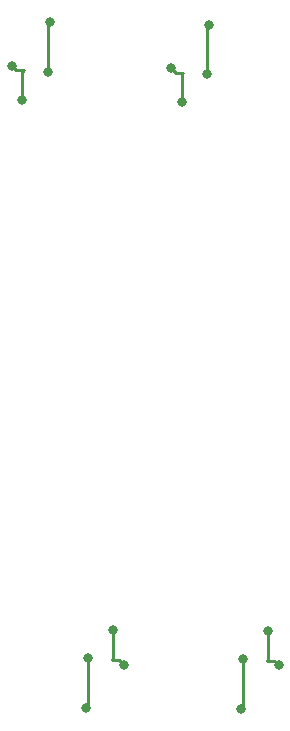
<source format=gbr>
G04 #@! TF.GenerationSoftware,KiCad,Pcbnew,(5.1.5)-3*
G04 #@! TF.CreationDate,2021-03-18T13:28:47-04:00*
G04 #@! TF.ProjectId,LED_Harness_3x2_GREEN,4c45445f-4861-4726-9e65-73735f337832,rev?*
G04 #@! TF.SameCoordinates,Original*
G04 #@! TF.FileFunction,Copper,L2,Bot*
G04 #@! TF.FilePolarity,Positive*
%FSLAX46Y46*%
G04 Gerber Fmt 4.6, Leading zero omitted, Abs format (unit mm)*
G04 Created by KiCad (PCBNEW (5.1.5)-3) date 2021-03-18 13:28:47*
%MOMM*%
%LPD*%
G04 APERTURE LIST*
%ADD10C,0.800000*%
%ADD11C,0.250000*%
G04 APERTURE END LIST*
D10*
X127228262Y-84354292D03*
X128136820Y-87264807D03*
X136728538Y-135076308D03*
X135819980Y-132165793D03*
X141624220Y-87468007D03*
X140715662Y-84557492D03*
X149860338Y-135127108D03*
X148951780Y-132216593D03*
X130274763Y-84894799D03*
X130454400Y-80669138D03*
X133682037Y-134535801D03*
X133502400Y-138761462D03*
X143941800Y-80872338D03*
X143762163Y-85097999D03*
X146634200Y-138812262D03*
X146813837Y-134586601D03*
D11*
X127628261Y-84754291D02*
X128267031Y-84754291D01*
X127228262Y-84354292D02*
X127628261Y-84754291D01*
X128267031Y-84754291D02*
X128136820Y-84884502D01*
X128136820Y-84884502D02*
X128136820Y-87264807D01*
X135689769Y-134676309D02*
X135819980Y-134546098D01*
X136328539Y-134676309D02*
X135689769Y-134676309D01*
X135819980Y-134546098D02*
X135819980Y-132165793D01*
X136728538Y-135076308D02*
X136328539Y-134676309D01*
X141115661Y-84957491D02*
X141754431Y-84957491D01*
X141624220Y-85087702D02*
X141624220Y-87468007D01*
X141754431Y-84957491D02*
X141624220Y-85087702D01*
X140715662Y-84557492D02*
X141115661Y-84957491D01*
X149460339Y-134727109D02*
X148821569Y-134727109D01*
X148951780Y-134596898D02*
X148951780Y-132216593D01*
X149860338Y-135127108D02*
X149460339Y-134727109D01*
X148821569Y-134727109D02*
X148951780Y-134596898D01*
X130274763Y-84894799D02*
X130274763Y-80848775D01*
X130274763Y-80848775D02*
X130454400Y-80669138D01*
X133682037Y-134535801D02*
X133682037Y-138581825D01*
X133682037Y-138581825D02*
X133502400Y-138761462D01*
X143762163Y-85097999D02*
X143762163Y-81051975D01*
X143762163Y-81051975D02*
X143941800Y-80872338D01*
X146813837Y-134586601D02*
X146813837Y-138632625D01*
X146813837Y-138632625D02*
X146634200Y-138812262D01*
M02*

</source>
